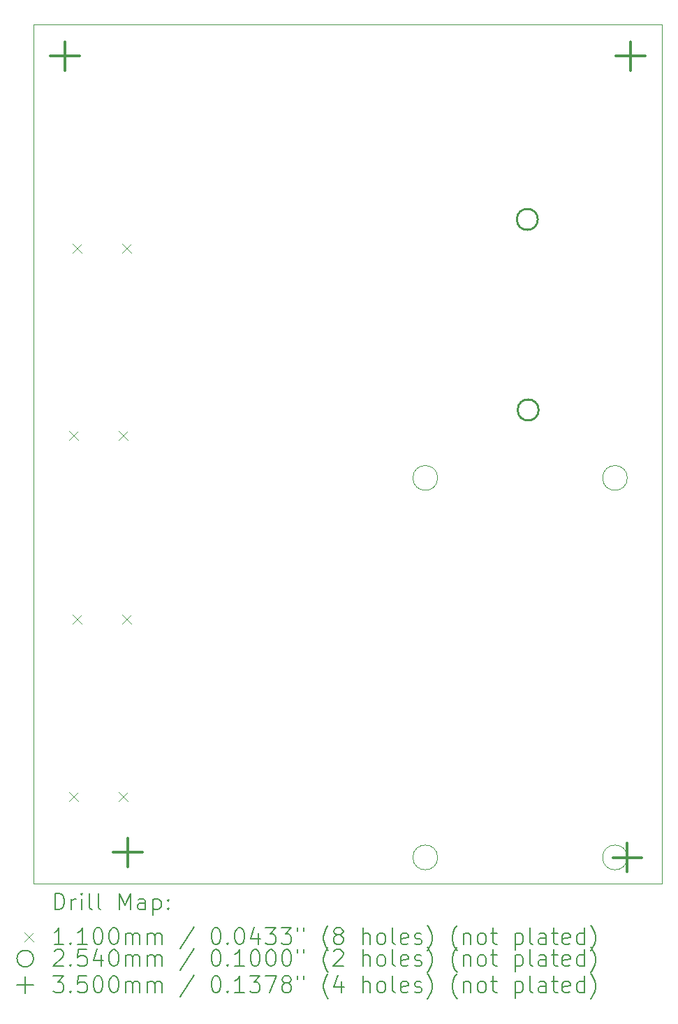
<source format=gbr>
%TF.GenerationSoftware,KiCad,Pcbnew,8.0.2*%
%TF.CreationDate,2025-12-22T10:03:40-05:00*%
%TF.ProjectId,ct4,6374342e-6b69-4636-9164-5f7063625858,rev?*%
%TF.SameCoordinates,Original*%
%TF.FileFunction,Drillmap*%
%TF.FilePolarity,Positive*%
%FSLAX45Y45*%
G04 Gerber Fmt 4.5, Leading zero omitted, Abs format (unit mm)*
G04 Created by KiCad (PCBNEW 8.0.2) date 2025-12-22 10:03:40*
%MOMM*%
%LPD*%
G01*
G04 APERTURE LIST*
%ADD10C,0.038100*%
%ADD11C,0.100000*%
%ADD12C,0.200000*%
%ADD13C,0.110000*%
%ADD14C,0.254000*%
%ADD15C,0.350000*%
G04 APERTURE END LIST*
D10*
X2794000Y-7620000D02*
X10414000Y-7620000D01*
X10414000Y-18034000D01*
X2794000Y-18034000D01*
X2794000Y-7620000D01*
D11*
X7693000Y-13114000D02*
G75*
G02*
X7393000Y-13114000I-150000J0D01*
G01*
X7393000Y-13114000D02*
G75*
G02*
X7693000Y-13114000I150000J0D01*
G01*
X7693000Y-17714000D02*
G75*
G02*
X7393000Y-17714000I-150000J0D01*
G01*
X7393000Y-17714000D02*
G75*
G02*
X7693000Y-17714000I150000J0D01*
G01*
X9993000Y-13114000D02*
G75*
G02*
X9693000Y-13114000I-150000J0D01*
G01*
X9693000Y-13114000D02*
G75*
G02*
X9993000Y-13114000I150000J0D01*
G01*
X9993000Y-17714000D02*
G75*
G02*
X9693000Y-17714000I-150000J0D01*
G01*
X9693000Y-17714000D02*
G75*
G02*
X9993000Y-17714000I150000J0D01*
G01*
D12*
D13*
X3225000Y-12547000D02*
X3335000Y-12657000D01*
X3335000Y-12547000D02*
X3225000Y-12657000D01*
X3225000Y-16920000D02*
X3335000Y-17030000D01*
X3335000Y-16920000D02*
X3225000Y-17030000D01*
X3264000Y-10272000D02*
X3374000Y-10382000D01*
X3374000Y-10272000D02*
X3264000Y-10382000D01*
X3265000Y-14770000D02*
X3375000Y-14880000D01*
X3375000Y-14770000D02*
X3265000Y-14880000D01*
X3825000Y-12547000D02*
X3935000Y-12657000D01*
X3935000Y-12547000D02*
X3825000Y-12657000D01*
X3825000Y-16920000D02*
X3935000Y-17030000D01*
X3935000Y-16920000D02*
X3825000Y-17030000D01*
X3864000Y-10272000D02*
X3974000Y-10382000D01*
X3974000Y-10272000D02*
X3864000Y-10382000D01*
X3865000Y-14770000D02*
X3975000Y-14880000D01*
X3975000Y-14770000D02*
X3865000Y-14880000D01*
D14*
X8907000Y-9980000D02*
G75*
G02*
X8653000Y-9980000I-127000J0D01*
G01*
X8653000Y-9980000D02*
G75*
G02*
X8907000Y-9980000I127000J0D01*
G01*
X8917000Y-12290000D02*
G75*
G02*
X8663000Y-12290000I-127000J0D01*
G01*
X8663000Y-12290000D02*
G75*
G02*
X8917000Y-12290000I127000J0D01*
G01*
D15*
X3175000Y-7826000D02*
X3175000Y-8176000D01*
X3000000Y-8001000D02*
X3350000Y-8001000D01*
X3937000Y-17478000D02*
X3937000Y-17828000D01*
X3762000Y-17653000D02*
X4112000Y-17653000D01*
X9993000Y-17539000D02*
X9993000Y-17889000D01*
X9818000Y-17714000D02*
X10168000Y-17714000D01*
X10033000Y-7826000D02*
X10033000Y-8176000D01*
X9858000Y-8001000D02*
X10208000Y-8001000D01*
D12*
X3052872Y-18347389D02*
X3052872Y-18147389D01*
X3052872Y-18147389D02*
X3100491Y-18147389D01*
X3100491Y-18147389D02*
X3129062Y-18156913D01*
X3129062Y-18156913D02*
X3148110Y-18175960D01*
X3148110Y-18175960D02*
X3157634Y-18195008D01*
X3157634Y-18195008D02*
X3167157Y-18233103D01*
X3167157Y-18233103D02*
X3167157Y-18261675D01*
X3167157Y-18261675D02*
X3157634Y-18299770D01*
X3157634Y-18299770D02*
X3148110Y-18318817D01*
X3148110Y-18318817D02*
X3129062Y-18337865D01*
X3129062Y-18337865D02*
X3100491Y-18347389D01*
X3100491Y-18347389D02*
X3052872Y-18347389D01*
X3252872Y-18347389D02*
X3252872Y-18214055D01*
X3252872Y-18252151D02*
X3262396Y-18233103D01*
X3262396Y-18233103D02*
X3271919Y-18223579D01*
X3271919Y-18223579D02*
X3290967Y-18214055D01*
X3290967Y-18214055D02*
X3310015Y-18214055D01*
X3376681Y-18347389D02*
X3376681Y-18214055D01*
X3376681Y-18147389D02*
X3367157Y-18156913D01*
X3367157Y-18156913D02*
X3376681Y-18166436D01*
X3376681Y-18166436D02*
X3386205Y-18156913D01*
X3386205Y-18156913D02*
X3376681Y-18147389D01*
X3376681Y-18147389D02*
X3376681Y-18166436D01*
X3500491Y-18347389D02*
X3481443Y-18337865D01*
X3481443Y-18337865D02*
X3471919Y-18318817D01*
X3471919Y-18318817D02*
X3471919Y-18147389D01*
X3605253Y-18347389D02*
X3586205Y-18337865D01*
X3586205Y-18337865D02*
X3576681Y-18318817D01*
X3576681Y-18318817D02*
X3576681Y-18147389D01*
X3833824Y-18347389D02*
X3833824Y-18147389D01*
X3833824Y-18147389D02*
X3900491Y-18290246D01*
X3900491Y-18290246D02*
X3967157Y-18147389D01*
X3967157Y-18147389D02*
X3967157Y-18347389D01*
X4148110Y-18347389D02*
X4148110Y-18242627D01*
X4148110Y-18242627D02*
X4138586Y-18223579D01*
X4138586Y-18223579D02*
X4119538Y-18214055D01*
X4119538Y-18214055D02*
X4081443Y-18214055D01*
X4081443Y-18214055D02*
X4062396Y-18223579D01*
X4148110Y-18337865D02*
X4129062Y-18347389D01*
X4129062Y-18347389D02*
X4081443Y-18347389D01*
X4081443Y-18347389D02*
X4062396Y-18337865D01*
X4062396Y-18337865D02*
X4052872Y-18318817D01*
X4052872Y-18318817D02*
X4052872Y-18299770D01*
X4052872Y-18299770D02*
X4062396Y-18280722D01*
X4062396Y-18280722D02*
X4081443Y-18271198D01*
X4081443Y-18271198D02*
X4129062Y-18271198D01*
X4129062Y-18271198D02*
X4148110Y-18261675D01*
X4243348Y-18214055D02*
X4243348Y-18414055D01*
X4243348Y-18223579D02*
X4262396Y-18214055D01*
X4262396Y-18214055D02*
X4300491Y-18214055D01*
X4300491Y-18214055D02*
X4319539Y-18223579D01*
X4319539Y-18223579D02*
X4329062Y-18233103D01*
X4329062Y-18233103D02*
X4338586Y-18252151D01*
X4338586Y-18252151D02*
X4338586Y-18309294D01*
X4338586Y-18309294D02*
X4329062Y-18328341D01*
X4329062Y-18328341D02*
X4319539Y-18337865D01*
X4319539Y-18337865D02*
X4300491Y-18347389D01*
X4300491Y-18347389D02*
X4262396Y-18347389D01*
X4262396Y-18347389D02*
X4243348Y-18337865D01*
X4424300Y-18328341D02*
X4433824Y-18337865D01*
X4433824Y-18337865D02*
X4424300Y-18347389D01*
X4424300Y-18347389D02*
X4414777Y-18337865D01*
X4414777Y-18337865D02*
X4424300Y-18328341D01*
X4424300Y-18328341D02*
X4424300Y-18347389D01*
X4424300Y-18223579D02*
X4433824Y-18233103D01*
X4433824Y-18233103D02*
X4424300Y-18242627D01*
X4424300Y-18242627D02*
X4414777Y-18233103D01*
X4414777Y-18233103D02*
X4424300Y-18223579D01*
X4424300Y-18223579D02*
X4424300Y-18242627D01*
D13*
X2682095Y-18620905D02*
X2792095Y-18730905D01*
X2792095Y-18620905D02*
X2682095Y-18730905D01*
D12*
X3157634Y-18767389D02*
X3043348Y-18767389D01*
X3100491Y-18767389D02*
X3100491Y-18567389D01*
X3100491Y-18567389D02*
X3081443Y-18595960D01*
X3081443Y-18595960D02*
X3062396Y-18615008D01*
X3062396Y-18615008D02*
X3043348Y-18624532D01*
X3243348Y-18748341D02*
X3252872Y-18757865D01*
X3252872Y-18757865D02*
X3243348Y-18767389D01*
X3243348Y-18767389D02*
X3233824Y-18757865D01*
X3233824Y-18757865D02*
X3243348Y-18748341D01*
X3243348Y-18748341D02*
X3243348Y-18767389D01*
X3443348Y-18767389D02*
X3329062Y-18767389D01*
X3386205Y-18767389D02*
X3386205Y-18567389D01*
X3386205Y-18567389D02*
X3367157Y-18595960D01*
X3367157Y-18595960D02*
X3348110Y-18615008D01*
X3348110Y-18615008D02*
X3329062Y-18624532D01*
X3567157Y-18567389D02*
X3586205Y-18567389D01*
X3586205Y-18567389D02*
X3605253Y-18576913D01*
X3605253Y-18576913D02*
X3614777Y-18586436D01*
X3614777Y-18586436D02*
X3624300Y-18605484D01*
X3624300Y-18605484D02*
X3633824Y-18643579D01*
X3633824Y-18643579D02*
X3633824Y-18691198D01*
X3633824Y-18691198D02*
X3624300Y-18729294D01*
X3624300Y-18729294D02*
X3614777Y-18748341D01*
X3614777Y-18748341D02*
X3605253Y-18757865D01*
X3605253Y-18757865D02*
X3586205Y-18767389D01*
X3586205Y-18767389D02*
X3567157Y-18767389D01*
X3567157Y-18767389D02*
X3548110Y-18757865D01*
X3548110Y-18757865D02*
X3538586Y-18748341D01*
X3538586Y-18748341D02*
X3529062Y-18729294D01*
X3529062Y-18729294D02*
X3519538Y-18691198D01*
X3519538Y-18691198D02*
X3519538Y-18643579D01*
X3519538Y-18643579D02*
X3529062Y-18605484D01*
X3529062Y-18605484D02*
X3538586Y-18586436D01*
X3538586Y-18586436D02*
X3548110Y-18576913D01*
X3548110Y-18576913D02*
X3567157Y-18567389D01*
X3757634Y-18567389D02*
X3776681Y-18567389D01*
X3776681Y-18567389D02*
X3795729Y-18576913D01*
X3795729Y-18576913D02*
X3805253Y-18586436D01*
X3805253Y-18586436D02*
X3814777Y-18605484D01*
X3814777Y-18605484D02*
X3824300Y-18643579D01*
X3824300Y-18643579D02*
X3824300Y-18691198D01*
X3824300Y-18691198D02*
X3814777Y-18729294D01*
X3814777Y-18729294D02*
X3805253Y-18748341D01*
X3805253Y-18748341D02*
X3795729Y-18757865D01*
X3795729Y-18757865D02*
X3776681Y-18767389D01*
X3776681Y-18767389D02*
X3757634Y-18767389D01*
X3757634Y-18767389D02*
X3738586Y-18757865D01*
X3738586Y-18757865D02*
X3729062Y-18748341D01*
X3729062Y-18748341D02*
X3719538Y-18729294D01*
X3719538Y-18729294D02*
X3710015Y-18691198D01*
X3710015Y-18691198D02*
X3710015Y-18643579D01*
X3710015Y-18643579D02*
X3719538Y-18605484D01*
X3719538Y-18605484D02*
X3729062Y-18586436D01*
X3729062Y-18586436D02*
X3738586Y-18576913D01*
X3738586Y-18576913D02*
X3757634Y-18567389D01*
X3910015Y-18767389D02*
X3910015Y-18634055D01*
X3910015Y-18653103D02*
X3919538Y-18643579D01*
X3919538Y-18643579D02*
X3938586Y-18634055D01*
X3938586Y-18634055D02*
X3967158Y-18634055D01*
X3967158Y-18634055D02*
X3986205Y-18643579D01*
X3986205Y-18643579D02*
X3995729Y-18662627D01*
X3995729Y-18662627D02*
X3995729Y-18767389D01*
X3995729Y-18662627D02*
X4005253Y-18643579D01*
X4005253Y-18643579D02*
X4024300Y-18634055D01*
X4024300Y-18634055D02*
X4052872Y-18634055D01*
X4052872Y-18634055D02*
X4071919Y-18643579D01*
X4071919Y-18643579D02*
X4081443Y-18662627D01*
X4081443Y-18662627D02*
X4081443Y-18767389D01*
X4176681Y-18767389D02*
X4176681Y-18634055D01*
X4176681Y-18653103D02*
X4186205Y-18643579D01*
X4186205Y-18643579D02*
X4205253Y-18634055D01*
X4205253Y-18634055D02*
X4233824Y-18634055D01*
X4233824Y-18634055D02*
X4252872Y-18643579D01*
X4252872Y-18643579D02*
X4262396Y-18662627D01*
X4262396Y-18662627D02*
X4262396Y-18767389D01*
X4262396Y-18662627D02*
X4271920Y-18643579D01*
X4271920Y-18643579D02*
X4290967Y-18634055D01*
X4290967Y-18634055D02*
X4319539Y-18634055D01*
X4319539Y-18634055D02*
X4338586Y-18643579D01*
X4338586Y-18643579D02*
X4348110Y-18662627D01*
X4348110Y-18662627D02*
X4348110Y-18767389D01*
X4738586Y-18557865D02*
X4567158Y-18815008D01*
X4995729Y-18567389D02*
X5014777Y-18567389D01*
X5014777Y-18567389D02*
X5033824Y-18576913D01*
X5033824Y-18576913D02*
X5043348Y-18586436D01*
X5043348Y-18586436D02*
X5052872Y-18605484D01*
X5052872Y-18605484D02*
X5062396Y-18643579D01*
X5062396Y-18643579D02*
X5062396Y-18691198D01*
X5062396Y-18691198D02*
X5052872Y-18729294D01*
X5052872Y-18729294D02*
X5043348Y-18748341D01*
X5043348Y-18748341D02*
X5033824Y-18757865D01*
X5033824Y-18757865D02*
X5014777Y-18767389D01*
X5014777Y-18767389D02*
X4995729Y-18767389D01*
X4995729Y-18767389D02*
X4976682Y-18757865D01*
X4976682Y-18757865D02*
X4967158Y-18748341D01*
X4967158Y-18748341D02*
X4957634Y-18729294D01*
X4957634Y-18729294D02*
X4948110Y-18691198D01*
X4948110Y-18691198D02*
X4948110Y-18643579D01*
X4948110Y-18643579D02*
X4957634Y-18605484D01*
X4957634Y-18605484D02*
X4967158Y-18586436D01*
X4967158Y-18586436D02*
X4976682Y-18576913D01*
X4976682Y-18576913D02*
X4995729Y-18567389D01*
X5148110Y-18748341D02*
X5157634Y-18757865D01*
X5157634Y-18757865D02*
X5148110Y-18767389D01*
X5148110Y-18767389D02*
X5138586Y-18757865D01*
X5138586Y-18757865D02*
X5148110Y-18748341D01*
X5148110Y-18748341D02*
X5148110Y-18767389D01*
X5281443Y-18567389D02*
X5300491Y-18567389D01*
X5300491Y-18567389D02*
X5319539Y-18576913D01*
X5319539Y-18576913D02*
X5329063Y-18586436D01*
X5329063Y-18586436D02*
X5338586Y-18605484D01*
X5338586Y-18605484D02*
X5348110Y-18643579D01*
X5348110Y-18643579D02*
X5348110Y-18691198D01*
X5348110Y-18691198D02*
X5338586Y-18729294D01*
X5338586Y-18729294D02*
X5329063Y-18748341D01*
X5329063Y-18748341D02*
X5319539Y-18757865D01*
X5319539Y-18757865D02*
X5300491Y-18767389D01*
X5300491Y-18767389D02*
X5281443Y-18767389D01*
X5281443Y-18767389D02*
X5262396Y-18757865D01*
X5262396Y-18757865D02*
X5252872Y-18748341D01*
X5252872Y-18748341D02*
X5243348Y-18729294D01*
X5243348Y-18729294D02*
X5233824Y-18691198D01*
X5233824Y-18691198D02*
X5233824Y-18643579D01*
X5233824Y-18643579D02*
X5243348Y-18605484D01*
X5243348Y-18605484D02*
X5252872Y-18586436D01*
X5252872Y-18586436D02*
X5262396Y-18576913D01*
X5262396Y-18576913D02*
X5281443Y-18567389D01*
X5519539Y-18634055D02*
X5519539Y-18767389D01*
X5471920Y-18557865D02*
X5424301Y-18700722D01*
X5424301Y-18700722D02*
X5548110Y-18700722D01*
X5605253Y-18567389D02*
X5729062Y-18567389D01*
X5729062Y-18567389D02*
X5662396Y-18643579D01*
X5662396Y-18643579D02*
X5690967Y-18643579D01*
X5690967Y-18643579D02*
X5710015Y-18653103D01*
X5710015Y-18653103D02*
X5719539Y-18662627D01*
X5719539Y-18662627D02*
X5729062Y-18681675D01*
X5729062Y-18681675D02*
X5729062Y-18729294D01*
X5729062Y-18729294D02*
X5719539Y-18748341D01*
X5719539Y-18748341D02*
X5710015Y-18757865D01*
X5710015Y-18757865D02*
X5690967Y-18767389D01*
X5690967Y-18767389D02*
X5633824Y-18767389D01*
X5633824Y-18767389D02*
X5614777Y-18757865D01*
X5614777Y-18757865D02*
X5605253Y-18748341D01*
X5795729Y-18567389D02*
X5919539Y-18567389D01*
X5919539Y-18567389D02*
X5852872Y-18643579D01*
X5852872Y-18643579D02*
X5881443Y-18643579D01*
X5881443Y-18643579D02*
X5900491Y-18653103D01*
X5900491Y-18653103D02*
X5910015Y-18662627D01*
X5910015Y-18662627D02*
X5919539Y-18681675D01*
X5919539Y-18681675D02*
X5919539Y-18729294D01*
X5919539Y-18729294D02*
X5910015Y-18748341D01*
X5910015Y-18748341D02*
X5900491Y-18757865D01*
X5900491Y-18757865D02*
X5881443Y-18767389D01*
X5881443Y-18767389D02*
X5824301Y-18767389D01*
X5824301Y-18767389D02*
X5805253Y-18757865D01*
X5805253Y-18757865D02*
X5795729Y-18748341D01*
X5995729Y-18567389D02*
X5995729Y-18605484D01*
X6071920Y-18567389D02*
X6071920Y-18605484D01*
X6367158Y-18843579D02*
X6357634Y-18834055D01*
X6357634Y-18834055D02*
X6338586Y-18805484D01*
X6338586Y-18805484D02*
X6329063Y-18786436D01*
X6329063Y-18786436D02*
X6319539Y-18757865D01*
X6319539Y-18757865D02*
X6310015Y-18710246D01*
X6310015Y-18710246D02*
X6310015Y-18672151D01*
X6310015Y-18672151D02*
X6319539Y-18624532D01*
X6319539Y-18624532D02*
X6329063Y-18595960D01*
X6329063Y-18595960D02*
X6338586Y-18576913D01*
X6338586Y-18576913D02*
X6357634Y-18548341D01*
X6357634Y-18548341D02*
X6367158Y-18538817D01*
X6471920Y-18653103D02*
X6452872Y-18643579D01*
X6452872Y-18643579D02*
X6443348Y-18634055D01*
X6443348Y-18634055D02*
X6433824Y-18615008D01*
X6433824Y-18615008D02*
X6433824Y-18605484D01*
X6433824Y-18605484D02*
X6443348Y-18586436D01*
X6443348Y-18586436D02*
X6452872Y-18576913D01*
X6452872Y-18576913D02*
X6471920Y-18567389D01*
X6471920Y-18567389D02*
X6510015Y-18567389D01*
X6510015Y-18567389D02*
X6529063Y-18576913D01*
X6529063Y-18576913D02*
X6538586Y-18586436D01*
X6538586Y-18586436D02*
X6548110Y-18605484D01*
X6548110Y-18605484D02*
X6548110Y-18615008D01*
X6548110Y-18615008D02*
X6538586Y-18634055D01*
X6538586Y-18634055D02*
X6529063Y-18643579D01*
X6529063Y-18643579D02*
X6510015Y-18653103D01*
X6510015Y-18653103D02*
X6471920Y-18653103D01*
X6471920Y-18653103D02*
X6452872Y-18662627D01*
X6452872Y-18662627D02*
X6443348Y-18672151D01*
X6443348Y-18672151D02*
X6433824Y-18691198D01*
X6433824Y-18691198D02*
X6433824Y-18729294D01*
X6433824Y-18729294D02*
X6443348Y-18748341D01*
X6443348Y-18748341D02*
X6452872Y-18757865D01*
X6452872Y-18757865D02*
X6471920Y-18767389D01*
X6471920Y-18767389D02*
X6510015Y-18767389D01*
X6510015Y-18767389D02*
X6529063Y-18757865D01*
X6529063Y-18757865D02*
X6538586Y-18748341D01*
X6538586Y-18748341D02*
X6548110Y-18729294D01*
X6548110Y-18729294D02*
X6548110Y-18691198D01*
X6548110Y-18691198D02*
X6538586Y-18672151D01*
X6538586Y-18672151D02*
X6529063Y-18662627D01*
X6529063Y-18662627D02*
X6510015Y-18653103D01*
X6786205Y-18767389D02*
X6786205Y-18567389D01*
X6871920Y-18767389D02*
X6871920Y-18662627D01*
X6871920Y-18662627D02*
X6862396Y-18643579D01*
X6862396Y-18643579D02*
X6843348Y-18634055D01*
X6843348Y-18634055D02*
X6814777Y-18634055D01*
X6814777Y-18634055D02*
X6795729Y-18643579D01*
X6795729Y-18643579D02*
X6786205Y-18653103D01*
X6995729Y-18767389D02*
X6976682Y-18757865D01*
X6976682Y-18757865D02*
X6967158Y-18748341D01*
X6967158Y-18748341D02*
X6957634Y-18729294D01*
X6957634Y-18729294D02*
X6957634Y-18672151D01*
X6957634Y-18672151D02*
X6967158Y-18653103D01*
X6967158Y-18653103D02*
X6976682Y-18643579D01*
X6976682Y-18643579D02*
X6995729Y-18634055D01*
X6995729Y-18634055D02*
X7024301Y-18634055D01*
X7024301Y-18634055D02*
X7043348Y-18643579D01*
X7043348Y-18643579D02*
X7052872Y-18653103D01*
X7052872Y-18653103D02*
X7062396Y-18672151D01*
X7062396Y-18672151D02*
X7062396Y-18729294D01*
X7062396Y-18729294D02*
X7052872Y-18748341D01*
X7052872Y-18748341D02*
X7043348Y-18757865D01*
X7043348Y-18757865D02*
X7024301Y-18767389D01*
X7024301Y-18767389D02*
X6995729Y-18767389D01*
X7176682Y-18767389D02*
X7157634Y-18757865D01*
X7157634Y-18757865D02*
X7148110Y-18738817D01*
X7148110Y-18738817D02*
X7148110Y-18567389D01*
X7329063Y-18757865D02*
X7310015Y-18767389D01*
X7310015Y-18767389D02*
X7271920Y-18767389D01*
X7271920Y-18767389D02*
X7252872Y-18757865D01*
X7252872Y-18757865D02*
X7243348Y-18738817D01*
X7243348Y-18738817D02*
X7243348Y-18662627D01*
X7243348Y-18662627D02*
X7252872Y-18643579D01*
X7252872Y-18643579D02*
X7271920Y-18634055D01*
X7271920Y-18634055D02*
X7310015Y-18634055D01*
X7310015Y-18634055D02*
X7329063Y-18643579D01*
X7329063Y-18643579D02*
X7338586Y-18662627D01*
X7338586Y-18662627D02*
X7338586Y-18681675D01*
X7338586Y-18681675D02*
X7243348Y-18700722D01*
X7414777Y-18757865D02*
X7433825Y-18767389D01*
X7433825Y-18767389D02*
X7471920Y-18767389D01*
X7471920Y-18767389D02*
X7490967Y-18757865D01*
X7490967Y-18757865D02*
X7500491Y-18738817D01*
X7500491Y-18738817D02*
X7500491Y-18729294D01*
X7500491Y-18729294D02*
X7490967Y-18710246D01*
X7490967Y-18710246D02*
X7471920Y-18700722D01*
X7471920Y-18700722D02*
X7443348Y-18700722D01*
X7443348Y-18700722D02*
X7424301Y-18691198D01*
X7424301Y-18691198D02*
X7414777Y-18672151D01*
X7414777Y-18672151D02*
X7414777Y-18662627D01*
X7414777Y-18662627D02*
X7424301Y-18643579D01*
X7424301Y-18643579D02*
X7443348Y-18634055D01*
X7443348Y-18634055D02*
X7471920Y-18634055D01*
X7471920Y-18634055D02*
X7490967Y-18643579D01*
X7567158Y-18843579D02*
X7576682Y-18834055D01*
X7576682Y-18834055D02*
X7595729Y-18805484D01*
X7595729Y-18805484D02*
X7605253Y-18786436D01*
X7605253Y-18786436D02*
X7614777Y-18757865D01*
X7614777Y-18757865D02*
X7624301Y-18710246D01*
X7624301Y-18710246D02*
X7624301Y-18672151D01*
X7624301Y-18672151D02*
X7614777Y-18624532D01*
X7614777Y-18624532D02*
X7605253Y-18595960D01*
X7605253Y-18595960D02*
X7595729Y-18576913D01*
X7595729Y-18576913D02*
X7576682Y-18548341D01*
X7576682Y-18548341D02*
X7567158Y-18538817D01*
X7929063Y-18843579D02*
X7919539Y-18834055D01*
X7919539Y-18834055D02*
X7900491Y-18805484D01*
X7900491Y-18805484D02*
X7890967Y-18786436D01*
X7890967Y-18786436D02*
X7881444Y-18757865D01*
X7881444Y-18757865D02*
X7871920Y-18710246D01*
X7871920Y-18710246D02*
X7871920Y-18672151D01*
X7871920Y-18672151D02*
X7881444Y-18624532D01*
X7881444Y-18624532D02*
X7890967Y-18595960D01*
X7890967Y-18595960D02*
X7900491Y-18576913D01*
X7900491Y-18576913D02*
X7919539Y-18548341D01*
X7919539Y-18548341D02*
X7929063Y-18538817D01*
X8005253Y-18634055D02*
X8005253Y-18767389D01*
X8005253Y-18653103D02*
X8014777Y-18643579D01*
X8014777Y-18643579D02*
X8033825Y-18634055D01*
X8033825Y-18634055D02*
X8062396Y-18634055D01*
X8062396Y-18634055D02*
X8081444Y-18643579D01*
X8081444Y-18643579D02*
X8090967Y-18662627D01*
X8090967Y-18662627D02*
X8090967Y-18767389D01*
X8214777Y-18767389D02*
X8195729Y-18757865D01*
X8195729Y-18757865D02*
X8186206Y-18748341D01*
X8186206Y-18748341D02*
X8176682Y-18729294D01*
X8176682Y-18729294D02*
X8176682Y-18672151D01*
X8176682Y-18672151D02*
X8186206Y-18653103D01*
X8186206Y-18653103D02*
X8195729Y-18643579D01*
X8195729Y-18643579D02*
X8214777Y-18634055D01*
X8214777Y-18634055D02*
X8243348Y-18634055D01*
X8243348Y-18634055D02*
X8262396Y-18643579D01*
X8262396Y-18643579D02*
X8271920Y-18653103D01*
X8271920Y-18653103D02*
X8281444Y-18672151D01*
X8281444Y-18672151D02*
X8281444Y-18729294D01*
X8281444Y-18729294D02*
X8271920Y-18748341D01*
X8271920Y-18748341D02*
X8262396Y-18757865D01*
X8262396Y-18757865D02*
X8243348Y-18767389D01*
X8243348Y-18767389D02*
X8214777Y-18767389D01*
X8338587Y-18634055D02*
X8414777Y-18634055D01*
X8367158Y-18567389D02*
X8367158Y-18738817D01*
X8367158Y-18738817D02*
X8376682Y-18757865D01*
X8376682Y-18757865D02*
X8395729Y-18767389D01*
X8395729Y-18767389D02*
X8414777Y-18767389D01*
X8633825Y-18634055D02*
X8633825Y-18834055D01*
X8633825Y-18643579D02*
X8652872Y-18634055D01*
X8652872Y-18634055D02*
X8690968Y-18634055D01*
X8690968Y-18634055D02*
X8710015Y-18643579D01*
X8710015Y-18643579D02*
X8719539Y-18653103D01*
X8719539Y-18653103D02*
X8729063Y-18672151D01*
X8729063Y-18672151D02*
X8729063Y-18729294D01*
X8729063Y-18729294D02*
X8719539Y-18748341D01*
X8719539Y-18748341D02*
X8710015Y-18757865D01*
X8710015Y-18757865D02*
X8690968Y-18767389D01*
X8690968Y-18767389D02*
X8652872Y-18767389D01*
X8652872Y-18767389D02*
X8633825Y-18757865D01*
X8843349Y-18767389D02*
X8824301Y-18757865D01*
X8824301Y-18757865D02*
X8814777Y-18738817D01*
X8814777Y-18738817D02*
X8814777Y-18567389D01*
X9005253Y-18767389D02*
X9005253Y-18662627D01*
X9005253Y-18662627D02*
X8995730Y-18643579D01*
X8995730Y-18643579D02*
X8976682Y-18634055D01*
X8976682Y-18634055D02*
X8938587Y-18634055D01*
X8938587Y-18634055D02*
X8919539Y-18643579D01*
X9005253Y-18757865D02*
X8986206Y-18767389D01*
X8986206Y-18767389D02*
X8938587Y-18767389D01*
X8938587Y-18767389D02*
X8919539Y-18757865D01*
X8919539Y-18757865D02*
X8910015Y-18738817D01*
X8910015Y-18738817D02*
X8910015Y-18719770D01*
X8910015Y-18719770D02*
X8919539Y-18700722D01*
X8919539Y-18700722D02*
X8938587Y-18691198D01*
X8938587Y-18691198D02*
X8986206Y-18691198D01*
X8986206Y-18691198D02*
X9005253Y-18681675D01*
X9071920Y-18634055D02*
X9148110Y-18634055D01*
X9100491Y-18567389D02*
X9100491Y-18738817D01*
X9100491Y-18738817D02*
X9110015Y-18757865D01*
X9110015Y-18757865D02*
X9129063Y-18767389D01*
X9129063Y-18767389D02*
X9148110Y-18767389D01*
X9290968Y-18757865D02*
X9271920Y-18767389D01*
X9271920Y-18767389D02*
X9233825Y-18767389D01*
X9233825Y-18767389D02*
X9214777Y-18757865D01*
X9214777Y-18757865D02*
X9205253Y-18738817D01*
X9205253Y-18738817D02*
X9205253Y-18662627D01*
X9205253Y-18662627D02*
X9214777Y-18643579D01*
X9214777Y-18643579D02*
X9233825Y-18634055D01*
X9233825Y-18634055D02*
X9271920Y-18634055D01*
X9271920Y-18634055D02*
X9290968Y-18643579D01*
X9290968Y-18643579D02*
X9300491Y-18662627D01*
X9300491Y-18662627D02*
X9300491Y-18681675D01*
X9300491Y-18681675D02*
X9205253Y-18700722D01*
X9471920Y-18767389D02*
X9471920Y-18567389D01*
X9471920Y-18757865D02*
X9452872Y-18767389D01*
X9452872Y-18767389D02*
X9414777Y-18767389D01*
X9414777Y-18767389D02*
X9395730Y-18757865D01*
X9395730Y-18757865D02*
X9386206Y-18748341D01*
X9386206Y-18748341D02*
X9376682Y-18729294D01*
X9376682Y-18729294D02*
X9376682Y-18672151D01*
X9376682Y-18672151D02*
X9386206Y-18653103D01*
X9386206Y-18653103D02*
X9395730Y-18643579D01*
X9395730Y-18643579D02*
X9414777Y-18634055D01*
X9414777Y-18634055D02*
X9452872Y-18634055D01*
X9452872Y-18634055D02*
X9471920Y-18643579D01*
X9548111Y-18843579D02*
X9557634Y-18834055D01*
X9557634Y-18834055D02*
X9576682Y-18805484D01*
X9576682Y-18805484D02*
X9586206Y-18786436D01*
X9586206Y-18786436D02*
X9595730Y-18757865D01*
X9595730Y-18757865D02*
X9605253Y-18710246D01*
X9605253Y-18710246D02*
X9605253Y-18672151D01*
X9605253Y-18672151D02*
X9595730Y-18624532D01*
X9595730Y-18624532D02*
X9586206Y-18595960D01*
X9586206Y-18595960D02*
X9576682Y-18576913D01*
X9576682Y-18576913D02*
X9557634Y-18548341D01*
X9557634Y-18548341D02*
X9548111Y-18538817D01*
X2792095Y-18939905D02*
G75*
G02*
X2592095Y-18939905I-100000J0D01*
G01*
X2592095Y-18939905D02*
G75*
G02*
X2792095Y-18939905I100000J0D01*
G01*
X3043348Y-18850436D02*
X3052872Y-18840913D01*
X3052872Y-18840913D02*
X3071919Y-18831389D01*
X3071919Y-18831389D02*
X3119538Y-18831389D01*
X3119538Y-18831389D02*
X3138586Y-18840913D01*
X3138586Y-18840913D02*
X3148110Y-18850436D01*
X3148110Y-18850436D02*
X3157634Y-18869484D01*
X3157634Y-18869484D02*
X3157634Y-18888532D01*
X3157634Y-18888532D02*
X3148110Y-18917103D01*
X3148110Y-18917103D02*
X3033824Y-19031389D01*
X3033824Y-19031389D02*
X3157634Y-19031389D01*
X3243348Y-19012341D02*
X3252872Y-19021865D01*
X3252872Y-19021865D02*
X3243348Y-19031389D01*
X3243348Y-19031389D02*
X3233824Y-19021865D01*
X3233824Y-19021865D02*
X3243348Y-19012341D01*
X3243348Y-19012341D02*
X3243348Y-19031389D01*
X3433824Y-18831389D02*
X3338586Y-18831389D01*
X3338586Y-18831389D02*
X3329062Y-18926627D01*
X3329062Y-18926627D02*
X3338586Y-18917103D01*
X3338586Y-18917103D02*
X3357634Y-18907579D01*
X3357634Y-18907579D02*
X3405253Y-18907579D01*
X3405253Y-18907579D02*
X3424300Y-18917103D01*
X3424300Y-18917103D02*
X3433824Y-18926627D01*
X3433824Y-18926627D02*
X3443348Y-18945675D01*
X3443348Y-18945675D02*
X3443348Y-18993294D01*
X3443348Y-18993294D02*
X3433824Y-19012341D01*
X3433824Y-19012341D02*
X3424300Y-19021865D01*
X3424300Y-19021865D02*
X3405253Y-19031389D01*
X3405253Y-19031389D02*
X3357634Y-19031389D01*
X3357634Y-19031389D02*
X3338586Y-19021865D01*
X3338586Y-19021865D02*
X3329062Y-19012341D01*
X3614777Y-18898055D02*
X3614777Y-19031389D01*
X3567157Y-18821865D02*
X3519538Y-18964722D01*
X3519538Y-18964722D02*
X3643348Y-18964722D01*
X3757634Y-18831389D02*
X3776681Y-18831389D01*
X3776681Y-18831389D02*
X3795729Y-18840913D01*
X3795729Y-18840913D02*
X3805253Y-18850436D01*
X3805253Y-18850436D02*
X3814777Y-18869484D01*
X3814777Y-18869484D02*
X3824300Y-18907579D01*
X3824300Y-18907579D02*
X3824300Y-18955198D01*
X3824300Y-18955198D02*
X3814777Y-18993294D01*
X3814777Y-18993294D02*
X3805253Y-19012341D01*
X3805253Y-19012341D02*
X3795729Y-19021865D01*
X3795729Y-19021865D02*
X3776681Y-19031389D01*
X3776681Y-19031389D02*
X3757634Y-19031389D01*
X3757634Y-19031389D02*
X3738586Y-19021865D01*
X3738586Y-19021865D02*
X3729062Y-19012341D01*
X3729062Y-19012341D02*
X3719538Y-18993294D01*
X3719538Y-18993294D02*
X3710015Y-18955198D01*
X3710015Y-18955198D02*
X3710015Y-18907579D01*
X3710015Y-18907579D02*
X3719538Y-18869484D01*
X3719538Y-18869484D02*
X3729062Y-18850436D01*
X3729062Y-18850436D02*
X3738586Y-18840913D01*
X3738586Y-18840913D02*
X3757634Y-18831389D01*
X3910015Y-19031389D02*
X3910015Y-18898055D01*
X3910015Y-18917103D02*
X3919538Y-18907579D01*
X3919538Y-18907579D02*
X3938586Y-18898055D01*
X3938586Y-18898055D02*
X3967158Y-18898055D01*
X3967158Y-18898055D02*
X3986205Y-18907579D01*
X3986205Y-18907579D02*
X3995729Y-18926627D01*
X3995729Y-18926627D02*
X3995729Y-19031389D01*
X3995729Y-18926627D02*
X4005253Y-18907579D01*
X4005253Y-18907579D02*
X4024300Y-18898055D01*
X4024300Y-18898055D02*
X4052872Y-18898055D01*
X4052872Y-18898055D02*
X4071919Y-18907579D01*
X4071919Y-18907579D02*
X4081443Y-18926627D01*
X4081443Y-18926627D02*
X4081443Y-19031389D01*
X4176681Y-19031389D02*
X4176681Y-18898055D01*
X4176681Y-18917103D02*
X4186205Y-18907579D01*
X4186205Y-18907579D02*
X4205253Y-18898055D01*
X4205253Y-18898055D02*
X4233824Y-18898055D01*
X4233824Y-18898055D02*
X4252872Y-18907579D01*
X4252872Y-18907579D02*
X4262396Y-18926627D01*
X4262396Y-18926627D02*
X4262396Y-19031389D01*
X4262396Y-18926627D02*
X4271920Y-18907579D01*
X4271920Y-18907579D02*
X4290967Y-18898055D01*
X4290967Y-18898055D02*
X4319539Y-18898055D01*
X4319539Y-18898055D02*
X4338586Y-18907579D01*
X4338586Y-18907579D02*
X4348110Y-18926627D01*
X4348110Y-18926627D02*
X4348110Y-19031389D01*
X4738586Y-18821865D02*
X4567158Y-19079008D01*
X4995729Y-18831389D02*
X5014777Y-18831389D01*
X5014777Y-18831389D02*
X5033824Y-18840913D01*
X5033824Y-18840913D02*
X5043348Y-18850436D01*
X5043348Y-18850436D02*
X5052872Y-18869484D01*
X5052872Y-18869484D02*
X5062396Y-18907579D01*
X5062396Y-18907579D02*
X5062396Y-18955198D01*
X5062396Y-18955198D02*
X5052872Y-18993294D01*
X5052872Y-18993294D02*
X5043348Y-19012341D01*
X5043348Y-19012341D02*
X5033824Y-19021865D01*
X5033824Y-19021865D02*
X5014777Y-19031389D01*
X5014777Y-19031389D02*
X4995729Y-19031389D01*
X4995729Y-19031389D02*
X4976682Y-19021865D01*
X4976682Y-19021865D02*
X4967158Y-19012341D01*
X4967158Y-19012341D02*
X4957634Y-18993294D01*
X4957634Y-18993294D02*
X4948110Y-18955198D01*
X4948110Y-18955198D02*
X4948110Y-18907579D01*
X4948110Y-18907579D02*
X4957634Y-18869484D01*
X4957634Y-18869484D02*
X4967158Y-18850436D01*
X4967158Y-18850436D02*
X4976682Y-18840913D01*
X4976682Y-18840913D02*
X4995729Y-18831389D01*
X5148110Y-19012341D02*
X5157634Y-19021865D01*
X5157634Y-19021865D02*
X5148110Y-19031389D01*
X5148110Y-19031389D02*
X5138586Y-19021865D01*
X5138586Y-19021865D02*
X5148110Y-19012341D01*
X5148110Y-19012341D02*
X5148110Y-19031389D01*
X5348110Y-19031389D02*
X5233824Y-19031389D01*
X5290967Y-19031389D02*
X5290967Y-18831389D01*
X5290967Y-18831389D02*
X5271920Y-18859960D01*
X5271920Y-18859960D02*
X5252872Y-18879008D01*
X5252872Y-18879008D02*
X5233824Y-18888532D01*
X5471920Y-18831389D02*
X5490967Y-18831389D01*
X5490967Y-18831389D02*
X5510015Y-18840913D01*
X5510015Y-18840913D02*
X5519539Y-18850436D01*
X5519539Y-18850436D02*
X5529063Y-18869484D01*
X5529063Y-18869484D02*
X5538586Y-18907579D01*
X5538586Y-18907579D02*
X5538586Y-18955198D01*
X5538586Y-18955198D02*
X5529063Y-18993294D01*
X5529063Y-18993294D02*
X5519539Y-19012341D01*
X5519539Y-19012341D02*
X5510015Y-19021865D01*
X5510015Y-19021865D02*
X5490967Y-19031389D01*
X5490967Y-19031389D02*
X5471920Y-19031389D01*
X5471920Y-19031389D02*
X5452872Y-19021865D01*
X5452872Y-19021865D02*
X5443348Y-19012341D01*
X5443348Y-19012341D02*
X5433824Y-18993294D01*
X5433824Y-18993294D02*
X5424301Y-18955198D01*
X5424301Y-18955198D02*
X5424301Y-18907579D01*
X5424301Y-18907579D02*
X5433824Y-18869484D01*
X5433824Y-18869484D02*
X5443348Y-18850436D01*
X5443348Y-18850436D02*
X5452872Y-18840913D01*
X5452872Y-18840913D02*
X5471920Y-18831389D01*
X5662396Y-18831389D02*
X5681443Y-18831389D01*
X5681443Y-18831389D02*
X5700491Y-18840913D01*
X5700491Y-18840913D02*
X5710015Y-18850436D01*
X5710015Y-18850436D02*
X5719539Y-18869484D01*
X5719539Y-18869484D02*
X5729062Y-18907579D01*
X5729062Y-18907579D02*
X5729062Y-18955198D01*
X5729062Y-18955198D02*
X5719539Y-18993294D01*
X5719539Y-18993294D02*
X5710015Y-19012341D01*
X5710015Y-19012341D02*
X5700491Y-19021865D01*
X5700491Y-19021865D02*
X5681443Y-19031389D01*
X5681443Y-19031389D02*
X5662396Y-19031389D01*
X5662396Y-19031389D02*
X5643348Y-19021865D01*
X5643348Y-19021865D02*
X5633824Y-19012341D01*
X5633824Y-19012341D02*
X5624301Y-18993294D01*
X5624301Y-18993294D02*
X5614777Y-18955198D01*
X5614777Y-18955198D02*
X5614777Y-18907579D01*
X5614777Y-18907579D02*
X5624301Y-18869484D01*
X5624301Y-18869484D02*
X5633824Y-18850436D01*
X5633824Y-18850436D02*
X5643348Y-18840913D01*
X5643348Y-18840913D02*
X5662396Y-18831389D01*
X5852872Y-18831389D02*
X5871920Y-18831389D01*
X5871920Y-18831389D02*
X5890967Y-18840913D01*
X5890967Y-18840913D02*
X5900491Y-18850436D01*
X5900491Y-18850436D02*
X5910015Y-18869484D01*
X5910015Y-18869484D02*
X5919539Y-18907579D01*
X5919539Y-18907579D02*
X5919539Y-18955198D01*
X5919539Y-18955198D02*
X5910015Y-18993294D01*
X5910015Y-18993294D02*
X5900491Y-19012341D01*
X5900491Y-19012341D02*
X5890967Y-19021865D01*
X5890967Y-19021865D02*
X5871920Y-19031389D01*
X5871920Y-19031389D02*
X5852872Y-19031389D01*
X5852872Y-19031389D02*
X5833824Y-19021865D01*
X5833824Y-19021865D02*
X5824301Y-19012341D01*
X5824301Y-19012341D02*
X5814777Y-18993294D01*
X5814777Y-18993294D02*
X5805253Y-18955198D01*
X5805253Y-18955198D02*
X5805253Y-18907579D01*
X5805253Y-18907579D02*
X5814777Y-18869484D01*
X5814777Y-18869484D02*
X5824301Y-18850436D01*
X5824301Y-18850436D02*
X5833824Y-18840913D01*
X5833824Y-18840913D02*
X5852872Y-18831389D01*
X5995729Y-18831389D02*
X5995729Y-18869484D01*
X6071920Y-18831389D02*
X6071920Y-18869484D01*
X6367158Y-19107579D02*
X6357634Y-19098055D01*
X6357634Y-19098055D02*
X6338586Y-19069484D01*
X6338586Y-19069484D02*
X6329063Y-19050436D01*
X6329063Y-19050436D02*
X6319539Y-19021865D01*
X6319539Y-19021865D02*
X6310015Y-18974246D01*
X6310015Y-18974246D02*
X6310015Y-18936151D01*
X6310015Y-18936151D02*
X6319539Y-18888532D01*
X6319539Y-18888532D02*
X6329063Y-18859960D01*
X6329063Y-18859960D02*
X6338586Y-18840913D01*
X6338586Y-18840913D02*
X6357634Y-18812341D01*
X6357634Y-18812341D02*
X6367158Y-18802817D01*
X6433824Y-18850436D02*
X6443348Y-18840913D01*
X6443348Y-18840913D02*
X6462396Y-18831389D01*
X6462396Y-18831389D02*
X6510015Y-18831389D01*
X6510015Y-18831389D02*
X6529063Y-18840913D01*
X6529063Y-18840913D02*
X6538586Y-18850436D01*
X6538586Y-18850436D02*
X6548110Y-18869484D01*
X6548110Y-18869484D02*
X6548110Y-18888532D01*
X6548110Y-18888532D02*
X6538586Y-18917103D01*
X6538586Y-18917103D02*
X6424301Y-19031389D01*
X6424301Y-19031389D02*
X6548110Y-19031389D01*
X6786205Y-19031389D02*
X6786205Y-18831389D01*
X6871920Y-19031389D02*
X6871920Y-18926627D01*
X6871920Y-18926627D02*
X6862396Y-18907579D01*
X6862396Y-18907579D02*
X6843348Y-18898055D01*
X6843348Y-18898055D02*
X6814777Y-18898055D01*
X6814777Y-18898055D02*
X6795729Y-18907579D01*
X6795729Y-18907579D02*
X6786205Y-18917103D01*
X6995729Y-19031389D02*
X6976682Y-19021865D01*
X6976682Y-19021865D02*
X6967158Y-19012341D01*
X6967158Y-19012341D02*
X6957634Y-18993294D01*
X6957634Y-18993294D02*
X6957634Y-18936151D01*
X6957634Y-18936151D02*
X6967158Y-18917103D01*
X6967158Y-18917103D02*
X6976682Y-18907579D01*
X6976682Y-18907579D02*
X6995729Y-18898055D01*
X6995729Y-18898055D02*
X7024301Y-18898055D01*
X7024301Y-18898055D02*
X7043348Y-18907579D01*
X7043348Y-18907579D02*
X7052872Y-18917103D01*
X7052872Y-18917103D02*
X7062396Y-18936151D01*
X7062396Y-18936151D02*
X7062396Y-18993294D01*
X7062396Y-18993294D02*
X7052872Y-19012341D01*
X7052872Y-19012341D02*
X7043348Y-19021865D01*
X7043348Y-19021865D02*
X7024301Y-19031389D01*
X7024301Y-19031389D02*
X6995729Y-19031389D01*
X7176682Y-19031389D02*
X7157634Y-19021865D01*
X7157634Y-19021865D02*
X7148110Y-19002817D01*
X7148110Y-19002817D02*
X7148110Y-18831389D01*
X7329063Y-19021865D02*
X7310015Y-19031389D01*
X7310015Y-19031389D02*
X7271920Y-19031389D01*
X7271920Y-19031389D02*
X7252872Y-19021865D01*
X7252872Y-19021865D02*
X7243348Y-19002817D01*
X7243348Y-19002817D02*
X7243348Y-18926627D01*
X7243348Y-18926627D02*
X7252872Y-18907579D01*
X7252872Y-18907579D02*
X7271920Y-18898055D01*
X7271920Y-18898055D02*
X7310015Y-18898055D01*
X7310015Y-18898055D02*
X7329063Y-18907579D01*
X7329063Y-18907579D02*
X7338586Y-18926627D01*
X7338586Y-18926627D02*
X7338586Y-18945675D01*
X7338586Y-18945675D02*
X7243348Y-18964722D01*
X7414777Y-19021865D02*
X7433825Y-19031389D01*
X7433825Y-19031389D02*
X7471920Y-19031389D01*
X7471920Y-19031389D02*
X7490967Y-19021865D01*
X7490967Y-19021865D02*
X7500491Y-19002817D01*
X7500491Y-19002817D02*
X7500491Y-18993294D01*
X7500491Y-18993294D02*
X7490967Y-18974246D01*
X7490967Y-18974246D02*
X7471920Y-18964722D01*
X7471920Y-18964722D02*
X7443348Y-18964722D01*
X7443348Y-18964722D02*
X7424301Y-18955198D01*
X7424301Y-18955198D02*
X7414777Y-18936151D01*
X7414777Y-18936151D02*
X7414777Y-18926627D01*
X7414777Y-18926627D02*
X7424301Y-18907579D01*
X7424301Y-18907579D02*
X7443348Y-18898055D01*
X7443348Y-18898055D02*
X7471920Y-18898055D01*
X7471920Y-18898055D02*
X7490967Y-18907579D01*
X7567158Y-19107579D02*
X7576682Y-19098055D01*
X7576682Y-19098055D02*
X7595729Y-19069484D01*
X7595729Y-19069484D02*
X7605253Y-19050436D01*
X7605253Y-19050436D02*
X7614777Y-19021865D01*
X7614777Y-19021865D02*
X7624301Y-18974246D01*
X7624301Y-18974246D02*
X7624301Y-18936151D01*
X7624301Y-18936151D02*
X7614777Y-18888532D01*
X7614777Y-18888532D02*
X7605253Y-18859960D01*
X7605253Y-18859960D02*
X7595729Y-18840913D01*
X7595729Y-18840913D02*
X7576682Y-18812341D01*
X7576682Y-18812341D02*
X7567158Y-18802817D01*
X7929063Y-19107579D02*
X7919539Y-19098055D01*
X7919539Y-19098055D02*
X7900491Y-19069484D01*
X7900491Y-19069484D02*
X7890967Y-19050436D01*
X7890967Y-19050436D02*
X7881444Y-19021865D01*
X7881444Y-19021865D02*
X7871920Y-18974246D01*
X7871920Y-18974246D02*
X7871920Y-18936151D01*
X7871920Y-18936151D02*
X7881444Y-18888532D01*
X7881444Y-18888532D02*
X7890967Y-18859960D01*
X7890967Y-18859960D02*
X7900491Y-18840913D01*
X7900491Y-18840913D02*
X7919539Y-18812341D01*
X7919539Y-18812341D02*
X7929063Y-18802817D01*
X8005253Y-18898055D02*
X8005253Y-19031389D01*
X8005253Y-18917103D02*
X8014777Y-18907579D01*
X8014777Y-18907579D02*
X8033825Y-18898055D01*
X8033825Y-18898055D02*
X8062396Y-18898055D01*
X8062396Y-18898055D02*
X8081444Y-18907579D01*
X8081444Y-18907579D02*
X8090967Y-18926627D01*
X8090967Y-18926627D02*
X8090967Y-19031389D01*
X8214777Y-19031389D02*
X8195729Y-19021865D01*
X8195729Y-19021865D02*
X8186206Y-19012341D01*
X8186206Y-19012341D02*
X8176682Y-18993294D01*
X8176682Y-18993294D02*
X8176682Y-18936151D01*
X8176682Y-18936151D02*
X8186206Y-18917103D01*
X8186206Y-18917103D02*
X8195729Y-18907579D01*
X8195729Y-18907579D02*
X8214777Y-18898055D01*
X8214777Y-18898055D02*
X8243348Y-18898055D01*
X8243348Y-18898055D02*
X8262396Y-18907579D01*
X8262396Y-18907579D02*
X8271920Y-18917103D01*
X8271920Y-18917103D02*
X8281444Y-18936151D01*
X8281444Y-18936151D02*
X8281444Y-18993294D01*
X8281444Y-18993294D02*
X8271920Y-19012341D01*
X8271920Y-19012341D02*
X8262396Y-19021865D01*
X8262396Y-19021865D02*
X8243348Y-19031389D01*
X8243348Y-19031389D02*
X8214777Y-19031389D01*
X8338587Y-18898055D02*
X8414777Y-18898055D01*
X8367158Y-18831389D02*
X8367158Y-19002817D01*
X8367158Y-19002817D02*
X8376682Y-19021865D01*
X8376682Y-19021865D02*
X8395729Y-19031389D01*
X8395729Y-19031389D02*
X8414777Y-19031389D01*
X8633825Y-18898055D02*
X8633825Y-19098055D01*
X8633825Y-18907579D02*
X8652872Y-18898055D01*
X8652872Y-18898055D02*
X8690968Y-18898055D01*
X8690968Y-18898055D02*
X8710015Y-18907579D01*
X8710015Y-18907579D02*
X8719539Y-18917103D01*
X8719539Y-18917103D02*
X8729063Y-18936151D01*
X8729063Y-18936151D02*
X8729063Y-18993294D01*
X8729063Y-18993294D02*
X8719539Y-19012341D01*
X8719539Y-19012341D02*
X8710015Y-19021865D01*
X8710015Y-19021865D02*
X8690968Y-19031389D01*
X8690968Y-19031389D02*
X8652872Y-19031389D01*
X8652872Y-19031389D02*
X8633825Y-19021865D01*
X8843349Y-19031389D02*
X8824301Y-19021865D01*
X8824301Y-19021865D02*
X8814777Y-19002817D01*
X8814777Y-19002817D02*
X8814777Y-18831389D01*
X9005253Y-19031389D02*
X9005253Y-18926627D01*
X9005253Y-18926627D02*
X8995730Y-18907579D01*
X8995730Y-18907579D02*
X8976682Y-18898055D01*
X8976682Y-18898055D02*
X8938587Y-18898055D01*
X8938587Y-18898055D02*
X8919539Y-18907579D01*
X9005253Y-19021865D02*
X8986206Y-19031389D01*
X8986206Y-19031389D02*
X8938587Y-19031389D01*
X8938587Y-19031389D02*
X8919539Y-19021865D01*
X8919539Y-19021865D02*
X8910015Y-19002817D01*
X8910015Y-19002817D02*
X8910015Y-18983770D01*
X8910015Y-18983770D02*
X8919539Y-18964722D01*
X8919539Y-18964722D02*
X8938587Y-18955198D01*
X8938587Y-18955198D02*
X8986206Y-18955198D01*
X8986206Y-18955198D02*
X9005253Y-18945675D01*
X9071920Y-18898055D02*
X9148110Y-18898055D01*
X9100491Y-18831389D02*
X9100491Y-19002817D01*
X9100491Y-19002817D02*
X9110015Y-19021865D01*
X9110015Y-19021865D02*
X9129063Y-19031389D01*
X9129063Y-19031389D02*
X9148110Y-19031389D01*
X9290968Y-19021865D02*
X9271920Y-19031389D01*
X9271920Y-19031389D02*
X9233825Y-19031389D01*
X9233825Y-19031389D02*
X9214777Y-19021865D01*
X9214777Y-19021865D02*
X9205253Y-19002817D01*
X9205253Y-19002817D02*
X9205253Y-18926627D01*
X9205253Y-18926627D02*
X9214777Y-18907579D01*
X9214777Y-18907579D02*
X9233825Y-18898055D01*
X9233825Y-18898055D02*
X9271920Y-18898055D01*
X9271920Y-18898055D02*
X9290968Y-18907579D01*
X9290968Y-18907579D02*
X9300491Y-18926627D01*
X9300491Y-18926627D02*
X9300491Y-18945675D01*
X9300491Y-18945675D02*
X9205253Y-18964722D01*
X9471920Y-19031389D02*
X9471920Y-18831389D01*
X9471920Y-19021865D02*
X9452872Y-19031389D01*
X9452872Y-19031389D02*
X9414777Y-19031389D01*
X9414777Y-19031389D02*
X9395730Y-19021865D01*
X9395730Y-19021865D02*
X9386206Y-19012341D01*
X9386206Y-19012341D02*
X9376682Y-18993294D01*
X9376682Y-18993294D02*
X9376682Y-18936151D01*
X9376682Y-18936151D02*
X9386206Y-18917103D01*
X9386206Y-18917103D02*
X9395730Y-18907579D01*
X9395730Y-18907579D02*
X9414777Y-18898055D01*
X9414777Y-18898055D02*
X9452872Y-18898055D01*
X9452872Y-18898055D02*
X9471920Y-18907579D01*
X9548111Y-19107579D02*
X9557634Y-19098055D01*
X9557634Y-19098055D02*
X9576682Y-19069484D01*
X9576682Y-19069484D02*
X9586206Y-19050436D01*
X9586206Y-19050436D02*
X9595730Y-19021865D01*
X9595730Y-19021865D02*
X9605253Y-18974246D01*
X9605253Y-18974246D02*
X9605253Y-18936151D01*
X9605253Y-18936151D02*
X9595730Y-18888532D01*
X9595730Y-18888532D02*
X9586206Y-18859960D01*
X9586206Y-18859960D02*
X9576682Y-18840913D01*
X9576682Y-18840913D02*
X9557634Y-18812341D01*
X9557634Y-18812341D02*
X9548111Y-18802817D01*
X2692095Y-19159905D02*
X2692095Y-19359905D01*
X2592095Y-19259905D02*
X2792095Y-19259905D01*
X3033824Y-19151389D02*
X3157634Y-19151389D01*
X3157634Y-19151389D02*
X3090967Y-19227579D01*
X3090967Y-19227579D02*
X3119538Y-19227579D01*
X3119538Y-19227579D02*
X3138586Y-19237103D01*
X3138586Y-19237103D02*
X3148110Y-19246627D01*
X3148110Y-19246627D02*
X3157634Y-19265675D01*
X3157634Y-19265675D02*
X3157634Y-19313294D01*
X3157634Y-19313294D02*
X3148110Y-19332341D01*
X3148110Y-19332341D02*
X3138586Y-19341865D01*
X3138586Y-19341865D02*
X3119538Y-19351389D01*
X3119538Y-19351389D02*
X3062396Y-19351389D01*
X3062396Y-19351389D02*
X3043348Y-19341865D01*
X3043348Y-19341865D02*
X3033824Y-19332341D01*
X3243348Y-19332341D02*
X3252872Y-19341865D01*
X3252872Y-19341865D02*
X3243348Y-19351389D01*
X3243348Y-19351389D02*
X3233824Y-19341865D01*
X3233824Y-19341865D02*
X3243348Y-19332341D01*
X3243348Y-19332341D02*
X3243348Y-19351389D01*
X3433824Y-19151389D02*
X3338586Y-19151389D01*
X3338586Y-19151389D02*
X3329062Y-19246627D01*
X3329062Y-19246627D02*
X3338586Y-19237103D01*
X3338586Y-19237103D02*
X3357634Y-19227579D01*
X3357634Y-19227579D02*
X3405253Y-19227579D01*
X3405253Y-19227579D02*
X3424300Y-19237103D01*
X3424300Y-19237103D02*
X3433824Y-19246627D01*
X3433824Y-19246627D02*
X3443348Y-19265675D01*
X3443348Y-19265675D02*
X3443348Y-19313294D01*
X3443348Y-19313294D02*
X3433824Y-19332341D01*
X3433824Y-19332341D02*
X3424300Y-19341865D01*
X3424300Y-19341865D02*
X3405253Y-19351389D01*
X3405253Y-19351389D02*
X3357634Y-19351389D01*
X3357634Y-19351389D02*
X3338586Y-19341865D01*
X3338586Y-19341865D02*
X3329062Y-19332341D01*
X3567157Y-19151389D02*
X3586205Y-19151389D01*
X3586205Y-19151389D02*
X3605253Y-19160913D01*
X3605253Y-19160913D02*
X3614777Y-19170436D01*
X3614777Y-19170436D02*
X3624300Y-19189484D01*
X3624300Y-19189484D02*
X3633824Y-19227579D01*
X3633824Y-19227579D02*
X3633824Y-19275198D01*
X3633824Y-19275198D02*
X3624300Y-19313294D01*
X3624300Y-19313294D02*
X3614777Y-19332341D01*
X3614777Y-19332341D02*
X3605253Y-19341865D01*
X3605253Y-19341865D02*
X3586205Y-19351389D01*
X3586205Y-19351389D02*
X3567157Y-19351389D01*
X3567157Y-19351389D02*
X3548110Y-19341865D01*
X3548110Y-19341865D02*
X3538586Y-19332341D01*
X3538586Y-19332341D02*
X3529062Y-19313294D01*
X3529062Y-19313294D02*
X3519538Y-19275198D01*
X3519538Y-19275198D02*
X3519538Y-19227579D01*
X3519538Y-19227579D02*
X3529062Y-19189484D01*
X3529062Y-19189484D02*
X3538586Y-19170436D01*
X3538586Y-19170436D02*
X3548110Y-19160913D01*
X3548110Y-19160913D02*
X3567157Y-19151389D01*
X3757634Y-19151389D02*
X3776681Y-19151389D01*
X3776681Y-19151389D02*
X3795729Y-19160913D01*
X3795729Y-19160913D02*
X3805253Y-19170436D01*
X3805253Y-19170436D02*
X3814777Y-19189484D01*
X3814777Y-19189484D02*
X3824300Y-19227579D01*
X3824300Y-19227579D02*
X3824300Y-19275198D01*
X3824300Y-19275198D02*
X3814777Y-19313294D01*
X3814777Y-19313294D02*
X3805253Y-19332341D01*
X3805253Y-19332341D02*
X3795729Y-19341865D01*
X3795729Y-19341865D02*
X3776681Y-19351389D01*
X3776681Y-19351389D02*
X3757634Y-19351389D01*
X3757634Y-19351389D02*
X3738586Y-19341865D01*
X3738586Y-19341865D02*
X3729062Y-19332341D01*
X3729062Y-19332341D02*
X3719538Y-19313294D01*
X3719538Y-19313294D02*
X3710015Y-19275198D01*
X3710015Y-19275198D02*
X3710015Y-19227579D01*
X3710015Y-19227579D02*
X3719538Y-19189484D01*
X3719538Y-19189484D02*
X3729062Y-19170436D01*
X3729062Y-19170436D02*
X3738586Y-19160913D01*
X3738586Y-19160913D02*
X3757634Y-19151389D01*
X3910015Y-19351389D02*
X3910015Y-19218055D01*
X3910015Y-19237103D02*
X3919538Y-19227579D01*
X3919538Y-19227579D02*
X3938586Y-19218055D01*
X3938586Y-19218055D02*
X3967158Y-19218055D01*
X3967158Y-19218055D02*
X3986205Y-19227579D01*
X3986205Y-19227579D02*
X3995729Y-19246627D01*
X3995729Y-19246627D02*
X3995729Y-19351389D01*
X3995729Y-19246627D02*
X4005253Y-19227579D01*
X4005253Y-19227579D02*
X4024300Y-19218055D01*
X4024300Y-19218055D02*
X4052872Y-19218055D01*
X4052872Y-19218055D02*
X4071919Y-19227579D01*
X4071919Y-19227579D02*
X4081443Y-19246627D01*
X4081443Y-19246627D02*
X4081443Y-19351389D01*
X4176681Y-19351389D02*
X4176681Y-19218055D01*
X4176681Y-19237103D02*
X4186205Y-19227579D01*
X4186205Y-19227579D02*
X4205253Y-19218055D01*
X4205253Y-19218055D02*
X4233824Y-19218055D01*
X4233824Y-19218055D02*
X4252872Y-19227579D01*
X4252872Y-19227579D02*
X4262396Y-19246627D01*
X4262396Y-19246627D02*
X4262396Y-19351389D01*
X4262396Y-19246627D02*
X4271920Y-19227579D01*
X4271920Y-19227579D02*
X4290967Y-19218055D01*
X4290967Y-19218055D02*
X4319539Y-19218055D01*
X4319539Y-19218055D02*
X4338586Y-19227579D01*
X4338586Y-19227579D02*
X4348110Y-19246627D01*
X4348110Y-19246627D02*
X4348110Y-19351389D01*
X4738586Y-19141865D02*
X4567158Y-19399008D01*
X4995729Y-19151389D02*
X5014777Y-19151389D01*
X5014777Y-19151389D02*
X5033824Y-19160913D01*
X5033824Y-19160913D02*
X5043348Y-19170436D01*
X5043348Y-19170436D02*
X5052872Y-19189484D01*
X5052872Y-19189484D02*
X5062396Y-19227579D01*
X5062396Y-19227579D02*
X5062396Y-19275198D01*
X5062396Y-19275198D02*
X5052872Y-19313294D01*
X5052872Y-19313294D02*
X5043348Y-19332341D01*
X5043348Y-19332341D02*
X5033824Y-19341865D01*
X5033824Y-19341865D02*
X5014777Y-19351389D01*
X5014777Y-19351389D02*
X4995729Y-19351389D01*
X4995729Y-19351389D02*
X4976682Y-19341865D01*
X4976682Y-19341865D02*
X4967158Y-19332341D01*
X4967158Y-19332341D02*
X4957634Y-19313294D01*
X4957634Y-19313294D02*
X4948110Y-19275198D01*
X4948110Y-19275198D02*
X4948110Y-19227579D01*
X4948110Y-19227579D02*
X4957634Y-19189484D01*
X4957634Y-19189484D02*
X4967158Y-19170436D01*
X4967158Y-19170436D02*
X4976682Y-19160913D01*
X4976682Y-19160913D02*
X4995729Y-19151389D01*
X5148110Y-19332341D02*
X5157634Y-19341865D01*
X5157634Y-19341865D02*
X5148110Y-19351389D01*
X5148110Y-19351389D02*
X5138586Y-19341865D01*
X5138586Y-19341865D02*
X5148110Y-19332341D01*
X5148110Y-19332341D02*
X5148110Y-19351389D01*
X5348110Y-19351389D02*
X5233824Y-19351389D01*
X5290967Y-19351389D02*
X5290967Y-19151389D01*
X5290967Y-19151389D02*
X5271920Y-19179960D01*
X5271920Y-19179960D02*
X5252872Y-19199008D01*
X5252872Y-19199008D02*
X5233824Y-19208532D01*
X5414777Y-19151389D02*
X5538586Y-19151389D01*
X5538586Y-19151389D02*
X5471920Y-19227579D01*
X5471920Y-19227579D02*
X5500491Y-19227579D01*
X5500491Y-19227579D02*
X5519539Y-19237103D01*
X5519539Y-19237103D02*
X5529063Y-19246627D01*
X5529063Y-19246627D02*
X5538586Y-19265675D01*
X5538586Y-19265675D02*
X5538586Y-19313294D01*
X5538586Y-19313294D02*
X5529063Y-19332341D01*
X5529063Y-19332341D02*
X5519539Y-19341865D01*
X5519539Y-19341865D02*
X5500491Y-19351389D01*
X5500491Y-19351389D02*
X5443348Y-19351389D01*
X5443348Y-19351389D02*
X5424301Y-19341865D01*
X5424301Y-19341865D02*
X5414777Y-19332341D01*
X5605253Y-19151389D02*
X5738586Y-19151389D01*
X5738586Y-19151389D02*
X5652872Y-19351389D01*
X5843348Y-19237103D02*
X5824301Y-19227579D01*
X5824301Y-19227579D02*
X5814777Y-19218055D01*
X5814777Y-19218055D02*
X5805253Y-19199008D01*
X5805253Y-19199008D02*
X5805253Y-19189484D01*
X5805253Y-19189484D02*
X5814777Y-19170436D01*
X5814777Y-19170436D02*
X5824301Y-19160913D01*
X5824301Y-19160913D02*
X5843348Y-19151389D01*
X5843348Y-19151389D02*
X5881443Y-19151389D01*
X5881443Y-19151389D02*
X5900491Y-19160913D01*
X5900491Y-19160913D02*
X5910015Y-19170436D01*
X5910015Y-19170436D02*
X5919539Y-19189484D01*
X5919539Y-19189484D02*
X5919539Y-19199008D01*
X5919539Y-19199008D02*
X5910015Y-19218055D01*
X5910015Y-19218055D02*
X5900491Y-19227579D01*
X5900491Y-19227579D02*
X5881443Y-19237103D01*
X5881443Y-19237103D02*
X5843348Y-19237103D01*
X5843348Y-19237103D02*
X5824301Y-19246627D01*
X5824301Y-19246627D02*
X5814777Y-19256151D01*
X5814777Y-19256151D02*
X5805253Y-19275198D01*
X5805253Y-19275198D02*
X5805253Y-19313294D01*
X5805253Y-19313294D02*
X5814777Y-19332341D01*
X5814777Y-19332341D02*
X5824301Y-19341865D01*
X5824301Y-19341865D02*
X5843348Y-19351389D01*
X5843348Y-19351389D02*
X5881443Y-19351389D01*
X5881443Y-19351389D02*
X5900491Y-19341865D01*
X5900491Y-19341865D02*
X5910015Y-19332341D01*
X5910015Y-19332341D02*
X5919539Y-19313294D01*
X5919539Y-19313294D02*
X5919539Y-19275198D01*
X5919539Y-19275198D02*
X5910015Y-19256151D01*
X5910015Y-19256151D02*
X5900491Y-19246627D01*
X5900491Y-19246627D02*
X5881443Y-19237103D01*
X5995729Y-19151389D02*
X5995729Y-19189484D01*
X6071920Y-19151389D02*
X6071920Y-19189484D01*
X6367158Y-19427579D02*
X6357634Y-19418055D01*
X6357634Y-19418055D02*
X6338586Y-19389484D01*
X6338586Y-19389484D02*
X6329063Y-19370436D01*
X6329063Y-19370436D02*
X6319539Y-19341865D01*
X6319539Y-19341865D02*
X6310015Y-19294246D01*
X6310015Y-19294246D02*
X6310015Y-19256151D01*
X6310015Y-19256151D02*
X6319539Y-19208532D01*
X6319539Y-19208532D02*
X6329063Y-19179960D01*
X6329063Y-19179960D02*
X6338586Y-19160913D01*
X6338586Y-19160913D02*
X6357634Y-19132341D01*
X6357634Y-19132341D02*
X6367158Y-19122817D01*
X6529063Y-19218055D02*
X6529063Y-19351389D01*
X6481443Y-19141865D02*
X6433824Y-19284722D01*
X6433824Y-19284722D02*
X6557634Y-19284722D01*
X6786205Y-19351389D02*
X6786205Y-19151389D01*
X6871920Y-19351389D02*
X6871920Y-19246627D01*
X6871920Y-19246627D02*
X6862396Y-19227579D01*
X6862396Y-19227579D02*
X6843348Y-19218055D01*
X6843348Y-19218055D02*
X6814777Y-19218055D01*
X6814777Y-19218055D02*
X6795729Y-19227579D01*
X6795729Y-19227579D02*
X6786205Y-19237103D01*
X6995729Y-19351389D02*
X6976682Y-19341865D01*
X6976682Y-19341865D02*
X6967158Y-19332341D01*
X6967158Y-19332341D02*
X6957634Y-19313294D01*
X6957634Y-19313294D02*
X6957634Y-19256151D01*
X6957634Y-19256151D02*
X6967158Y-19237103D01*
X6967158Y-19237103D02*
X6976682Y-19227579D01*
X6976682Y-19227579D02*
X6995729Y-19218055D01*
X6995729Y-19218055D02*
X7024301Y-19218055D01*
X7024301Y-19218055D02*
X7043348Y-19227579D01*
X7043348Y-19227579D02*
X7052872Y-19237103D01*
X7052872Y-19237103D02*
X7062396Y-19256151D01*
X7062396Y-19256151D02*
X7062396Y-19313294D01*
X7062396Y-19313294D02*
X7052872Y-19332341D01*
X7052872Y-19332341D02*
X7043348Y-19341865D01*
X7043348Y-19341865D02*
X7024301Y-19351389D01*
X7024301Y-19351389D02*
X6995729Y-19351389D01*
X7176682Y-19351389D02*
X7157634Y-19341865D01*
X7157634Y-19341865D02*
X7148110Y-19322817D01*
X7148110Y-19322817D02*
X7148110Y-19151389D01*
X7329063Y-19341865D02*
X7310015Y-19351389D01*
X7310015Y-19351389D02*
X7271920Y-19351389D01*
X7271920Y-19351389D02*
X7252872Y-19341865D01*
X7252872Y-19341865D02*
X7243348Y-19322817D01*
X7243348Y-19322817D02*
X7243348Y-19246627D01*
X7243348Y-19246627D02*
X7252872Y-19227579D01*
X7252872Y-19227579D02*
X7271920Y-19218055D01*
X7271920Y-19218055D02*
X7310015Y-19218055D01*
X7310015Y-19218055D02*
X7329063Y-19227579D01*
X7329063Y-19227579D02*
X7338586Y-19246627D01*
X7338586Y-19246627D02*
X7338586Y-19265675D01*
X7338586Y-19265675D02*
X7243348Y-19284722D01*
X7414777Y-19341865D02*
X7433825Y-19351389D01*
X7433825Y-19351389D02*
X7471920Y-19351389D01*
X7471920Y-19351389D02*
X7490967Y-19341865D01*
X7490967Y-19341865D02*
X7500491Y-19322817D01*
X7500491Y-19322817D02*
X7500491Y-19313294D01*
X7500491Y-19313294D02*
X7490967Y-19294246D01*
X7490967Y-19294246D02*
X7471920Y-19284722D01*
X7471920Y-19284722D02*
X7443348Y-19284722D01*
X7443348Y-19284722D02*
X7424301Y-19275198D01*
X7424301Y-19275198D02*
X7414777Y-19256151D01*
X7414777Y-19256151D02*
X7414777Y-19246627D01*
X7414777Y-19246627D02*
X7424301Y-19227579D01*
X7424301Y-19227579D02*
X7443348Y-19218055D01*
X7443348Y-19218055D02*
X7471920Y-19218055D01*
X7471920Y-19218055D02*
X7490967Y-19227579D01*
X7567158Y-19427579D02*
X7576682Y-19418055D01*
X7576682Y-19418055D02*
X7595729Y-19389484D01*
X7595729Y-19389484D02*
X7605253Y-19370436D01*
X7605253Y-19370436D02*
X7614777Y-19341865D01*
X7614777Y-19341865D02*
X7624301Y-19294246D01*
X7624301Y-19294246D02*
X7624301Y-19256151D01*
X7624301Y-19256151D02*
X7614777Y-19208532D01*
X7614777Y-19208532D02*
X7605253Y-19179960D01*
X7605253Y-19179960D02*
X7595729Y-19160913D01*
X7595729Y-19160913D02*
X7576682Y-19132341D01*
X7576682Y-19132341D02*
X7567158Y-19122817D01*
X7929063Y-19427579D02*
X7919539Y-19418055D01*
X7919539Y-19418055D02*
X7900491Y-19389484D01*
X7900491Y-19389484D02*
X7890967Y-19370436D01*
X7890967Y-19370436D02*
X7881444Y-19341865D01*
X7881444Y-19341865D02*
X7871920Y-19294246D01*
X7871920Y-19294246D02*
X7871920Y-19256151D01*
X7871920Y-19256151D02*
X7881444Y-19208532D01*
X7881444Y-19208532D02*
X7890967Y-19179960D01*
X7890967Y-19179960D02*
X7900491Y-19160913D01*
X7900491Y-19160913D02*
X7919539Y-19132341D01*
X7919539Y-19132341D02*
X7929063Y-19122817D01*
X8005253Y-19218055D02*
X8005253Y-19351389D01*
X8005253Y-19237103D02*
X8014777Y-19227579D01*
X8014777Y-19227579D02*
X8033825Y-19218055D01*
X8033825Y-19218055D02*
X8062396Y-19218055D01*
X8062396Y-19218055D02*
X8081444Y-19227579D01*
X8081444Y-19227579D02*
X8090967Y-19246627D01*
X8090967Y-19246627D02*
X8090967Y-19351389D01*
X8214777Y-19351389D02*
X8195729Y-19341865D01*
X8195729Y-19341865D02*
X8186206Y-19332341D01*
X8186206Y-19332341D02*
X8176682Y-19313294D01*
X8176682Y-19313294D02*
X8176682Y-19256151D01*
X8176682Y-19256151D02*
X8186206Y-19237103D01*
X8186206Y-19237103D02*
X8195729Y-19227579D01*
X8195729Y-19227579D02*
X8214777Y-19218055D01*
X8214777Y-19218055D02*
X8243348Y-19218055D01*
X8243348Y-19218055D02*
X8262396Y-19227579D01*
X8262396Y-19227579D02*
X8271920Y-19237103D01*
X8271920Y-19237103D02*
X8281444Y-19256151D01*
X8281444Y-19256151D02*
X8281444Y-19313294D01*
X8281444Y-19313294D02*
X8271920Y-19332341D01*
X8271920Y-19332341D02*
X8262396Y-19341865D01*
X8262396Y-19341865D02*
X8243348Y-19351389D01*
X8243348Y-19351389D02*
X8214777Y-19351389D01*
X8338587Y-19218055D02*
X8414777Y-19218055D01*
X8367158Y-19151389D02*
X8367158Y-19322817D01*
X8367158Y-19322817D02*
X8376682Y-19341865D01*
X8376682Y-19341865D02*
X8395729Y-19351389D01*
X8395729Y-19351389D02*
X8414777Y-19351389D01*
X8633825Y-19218055D02*
X8633825Y-19418055D01*
X8633825Y-19227579D02*
X8652872Y-19218055D01*
X8652872Y-19218055D02*
X8690968Y-19218055D01*
X8690968Y-19218055D02*
X8710015Y-19227579D01*
X8710015Y-19227579D02*
X8719539Y-19237103D01*
X8719539Y-19237103D02*
X8729063Y-19256151D01*
X8729063Y-19256151D02*
X8729063Y-19313294D01*
X8729063Y-19313294D02*
X8719539Y-19332341D01*
X8719539Y-19332341D02*
X8710015Y-19341865D01*
X8710015Y-19341865D02*
X8690968Y-19351389D01*
X8690968Y-19351389D02*
X8652872Y-19351389D01*
X8652872Y-19351389D02*
X8633825Y-19341865D01*
X8843349Y-19351389D02*
X8824301Y-19341865D01*
X8824301Y-19341865D02*
X8814777Y-19322817D01*
X8814777Y-19322817D02*
X8814777Y-19151389D01*
X9005253Y-19351389D02*
X9005253Y-19246627D01*
X9005253Y-19246627D02*
X8995730Y-19227579D01*
X8995730Y-19227579D02*
X8976682Y-19218055D01*
X8976682Y-19218055D02*
X8938587Y-19218055D01*
X8938587Y-19218055D02*
X8919539Y-19227579D01*
X9005253Y-19341865D02*
X8986206Y-19351389D01*
X8986206Y-19351389D02*
X8938587Y-19351389D01*
X8938587Y-19351389D02*
X8919539Y-19341865D01*
X8919539Y-19341865D02*
X8910015Y-19322817D01*
X8910015Y-19322817D02*
X8910015Y-19303770D01*
X8910015Y-19303770D02*
X8919539Y-19284722D01*
X8919539Y-19284722D02*
X8938587Y-19275198D01*
X8938587Y-19275198D02*
X8986206Y-19275198D01*
X8986206Y-19275198D02*
X9005253Y-19265675D01*
X9071920Y-19218055D02*
X9148110Y-19218055D01*
X9100491Y-19151389D02*
X9100491Y-19322817D01*
X9100491Y-19322817D02*
X9110015Y-19341865D01*
X9110015Y-19341865D02*
X9129063Y-19351389D01*
X9129063Y-19351389D02*
X9148110Y-19351389D01*
X9290968Y-19341865D02*
X9271920Y-19351389D01*
X9271920Y-19351389D02*
X9233825Y-19351389D01*
X9233825Y-19351389D02*
X9214777Y-19341865D01*
X9214777Y-19341865D02*
X9205253Y-19322817D01*
X9205253Y-19322817D02*
X9205253Y-19246627D01*
X9205253Y-19246627D02*
X9214777Y-19227579D01*
X9214777Y-19227579D02*
X9233825Y-19218055D01*
X9233825Y-19218055D02*
X9271920Y-19218055D01*
X9271920Y-19218055D02*
X9290968Y-19227579D01*
X9290968Y-19227579D02*
X9300491Y-19246627D01*
X9300491Y-19246627D02*
X9300491Y-19265675D01*
X9300491Y-19265675D02*
X9205253Y-19284722D01*
X9471920Y-19351389D02*
X9471920Y-19151389D01*
X9471920Y-19341865D02*
X9452872Y-19351389D01*
X9452872Y-19351389D02*
X9414777Y-19351389D01*
X9414777Y-19351389D02*
X9395730Y-19341865D01*
X9395730Y-19341865D02*
X9386206Y-19332341D01*
X9386206Y-19332341D02*
X9376682Y-19313294D01*
X9376682Y-19313294D02*
X9376682Y-19256151D01*
X9376682Y-19256151D02*
X9386206Y-19237103D01*
X9386206Y-19237103D02*
X9395730Y-19227579D01*
X9395730Y-19227579D02*
X9414777Y-19218055D01*
X9414777Y-19218055D02*
X9452872Y-19218055D01*
X9452872Y-19218055D02*
X9471920Y-19227579D01*
X9548111Y-19427579D02*
X9557634Y-19418055D01*
X9557634Y-19418055D02*
X9576682Y-19389484D01*
X9576682Y-19389484D02*
X9586206Y-19370436D01*
X9586206Y-19370436D02*
X9595730Y-19341865D01*
X9595730Y-19341865D02*
X9605253Y-19294246D01*
X9605253Y-19294246D02*
X9605253Y-19256151D01*
X9605253Y-19256151D02*
X9595730Y-19208532D01*
X9595730Y-19208532D02*
X9586206Y-19179960D01*
X9586206Y-19179960D02*
X9576682Y-19160913D01*
X9576682Y-19160913D02*
X9557634Y-19132341D01*
X9557634Y-19132341D02*
X9548111Y-19122817D01*
M02*

</source>
